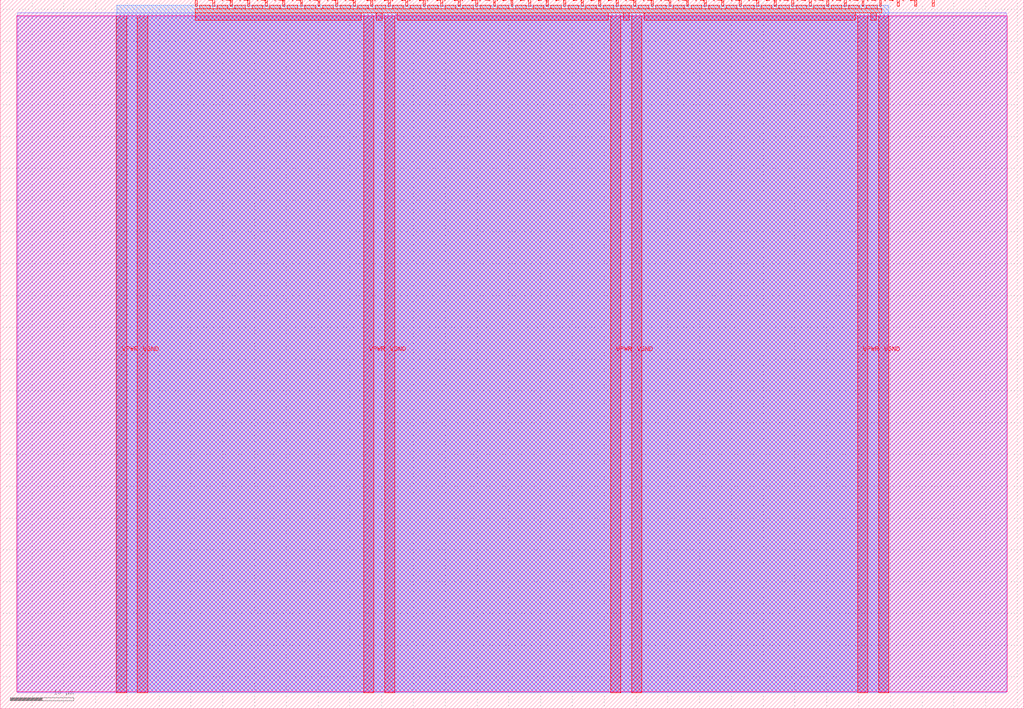
<source format=lef>
VERSION 5.7 ;
  NOWIREEXTENSIONATPIN ON ;
  DIVIDERCHAR "/" ;
  BUSBITCHARS "[]" ;
MACRO tt_um_wokwi_413923702485727233
  CLASS BLOCK ;
  FOREIGN tt_um_wokwi_413923702485727233 ;
  ORIGIN 0.000 0.000 ;
  SIZE 161.000 BY 111.520 ;
  PIN VGND
    DIRECTION INOUT ;
    USE GROUND ;
    PORT
      LAYER met4 ;
        RECT 21.580 2.480 23.180 109.040 ;
    END
    PORT
      LAYER met4 ;
        RECT 60.450 2.480 62.050 109.040 ;
    END
    PORT
      LAYER met4 ;
        RECT 99.320 2.480 100.920 109.040 ;
    END
    PORT
      LAYER met4 ;
        RECT 138.190 2.480 139.790 109.040 ;
    END
  END VGND
  PIN VPWR
    DIRECTION INOUT ;
    USE POWER ;
    PORT
      LAYER met4 ;
        RECT 18.280 2.480 19.880 109.040 ;
    END
    PORT
      LAYER met4 ;
        RECT 57.150 2.480 58.750 109.040 ;
    END
    PORT
      LAYER met4 ;
        RECT 96.020 2.480 97.620 109.040 ;
    END
    PORT
      LAYER met4 ;
        RECT 134.890 2.480 136.490 109.040 ;
    END
  END VPWR
  PIN clk
    DIRECTION INPUT ;
    USE SIGNAL ;
    PORT
      LAYER met4 ;
        RECT 143.830 110.520 144.130 111.520 ;
    END
  END clk
  PIN ena
    DIRECTION INPUT ;
    USE SIGNAL ;
    PORT
      LAYER met4 ;
        RECT 146.590 110.520 146.890 111.520 ;
    END
  END ena
  PIN rst_n
    DIRECTION INPUT ;
    USE SIGNAL ;
    PORT
      LAYER met4 ;
        RECT 141.070 110.520 141.370 111.520 ;
    END
  END rst_n
  PIN ui_in[0]
    DIRECTION INPUT ;
    USE SIGNAL ;
    ANTENNAGATEAREA 0.196500 ;
    PORT
      LAYER met4 ;
        RECT 138.310 110.520 138.610 111.520 ;
    END
  END ui_in[0]
  PIN ui_in[1]
    DIRECTION INPUT ;
    USE SIGNAL ;
    ANTENNAGATEAREA 0.196500 ;
    PORT
      LAYER met4 ;
        RECT 135.550 110.520 135.850 111.520 ;
    END
  END ui_in[1]
  PIN ui_in[2]
    DIRECTION INPUT ;
    USE SIGNAL ;
    ANTENNAGATEAREA 0.196500 ;
    PORT
      LAYER met4 ;
        RECT 132.790 110.520 133.090 111.520 ;
    END
  END ui_in[2]
  PIN ui_in[3]
    DIRECTION INPUT ;
    USE SIGNAL ;
    ANTENNAGATEAREA 0.159000 ;
    PORT
      LAYER met4 ;
        RECT 130.030 110.520 130.330 111.520 ;
    END
  END ui_in[3]
  PIN ui_in[4]
    DIRECTION INPUT ;
    USE SIGNAL ;
    ANTENNAGATEAREA 0.196500 ;
    PORT
      LAYER met4 ;
        RECT 127.270 110.520 127.570 111.520 ;
    END
  END ui_in[4]
  PIN ui_in[5]
    DIRECTION INPUT ;
    USE SIGNAL ;
    ANTENNAGATEAREA 0.159000 ;
    PORT
      LAYER met4 ;
        RECT 124.510 110.520 124.810 111.520 ;
    END
  END ui_in[5]
  PIN ui_in[6]
    DIRECTION INPUT ;
    USE SIGNAL ;
    ANTENNAGATEAREA 0.196500 ;
    PORT
      LAYER met4 ;
        RECT 121.750 110.520 122.050 111.520 ;
    END
  END ui_in[6]
  PIN ui_in[7]
    DIRECTION INPUT ;
    USE SIGNAL ;
    ANTENNAGATEAREA 0.159000 ;
    PORT
      LAYER met4 ;
        RECT 118.990 110.520 119.290 111.520 ;
    END
  END ui_in[7]
  PIN uio_in[0]
    DIRECTION INPUT ;
    USE SIGNAL ;
    PORT
      LAYER met4 ;
        RECT 116.230 110.520 116.530 111.520 ;
    END
  END uio_in[0]
  PIN uio_in[1]
    DIRECTION INPUT ;
    USE SIGNAL ;
    PORT
      LAYER met4 ;
        RECT 113.470 110.520 113.770 111.520 ;
    END
  END uio_in[1]
  PIN uio_in[2]
    DIRECTION INPUT ;
    USE SIGNAL ;
    PORT
      LAYER met4 ;
        RECT 110.710 110.520 111.010 111.520 ;
    END
  END uio_in[2]
  PIN uio_in[3]
    DIRECTION INPUT ;
    USE SIGNAL ;
    PORT
      LAYER met4 ;
        RECT 107.950 110.520 108.250 111.520 ;
    END
  END uio_in[3]
  PIN uio_in[4]
    DIRECTION INPUT ;
    USE SIGNAL ;
    PORT
      LAYER met4 ;
        RECT 105.190 110.520 105.490 111.520 ;
    END
  END uio_in[4]
  PIN uio_in[5]
    DIRECTION INPUT ;
    USE SIGNAL ;
    PORT
      LAYER met4 ;
        RECT 102.430 110.520 102.730 111.520 ;
    END
  END uio_in[5]
  PIN uio_in[6]
    DIRECTION INPUT ;
    USE SIGNAL ;
    PORT
      LAYER met4 ;
        RECT 99.670 110.520 99.970 111.520 ;
    END
  END uio_in[6]
  PIN uio_in[7]
    DIRECTION INPUT ;
    USE SIGNAL ;
    PORT
      LAYER met4 ;
        RECT 96.910 110.520 97.210 111.520 ;
    END
  END uio_in[7]
  PIN uio_oe[0]
    DIRECTION OUTPUT ;
    USE SIGNAL ;
    PORT
      LAYER met4 ;
        RECT 49.990 110.520 50.290 111.520 ;
    END
  END uio_oe[0]
  PIN uio_oe[1]
    DIRECTION OUTPUT ;
    USE SIGNAL ;
    PORT
      LAYER met4 ;
        RECT 47.230 110.520 47.530 111.520 ;
    END
  END uio_oe[1]
  PIN uio_oe[2]
    DIRECTION OUTPUT ;
    USE SIGNAL ;
    PORT
      LAYER met4 ;
        RECT 44.470 110.520 44.770 111.520 ;
    END
  END uio_oe[2]
  PIN uio_oe[3]
    DIRECTION OUTPUT ;
    USE SIGNAL ;
    PORT
      LAYER met4 ;
        RECT 41.710 110.520 42.010 111.520 ;
    END
  END uio_oe[3]
  PIN uio_oe[4]
    DIRECTION OUTPUT ;
    USE SIGNAL ;
    PORT
      LAYER met4 ;
        RECT 38.950 110.520 39.250 111.520 ;
    END
  END uio_oe[4]
  PIN uio_oe[5]
    DIRECTION OUTPUT ;
    USE SIGNAL ;
    PORT
      LAYER met4 ;
        RECT 36.190 110.520 36.490 111.520 ;
    END
  END uio_oe[5]
  PIN uio_oe[6]
    DIRECTION OUTPUT ;
    USE SIGNAL ;
    PORT
      LAYER met4 ;
        RECT 33.430 110.520 33.730 111.520 ;
    END
  END uio_oe[6]
  PIN uio_oe[7]
    DIRECTION OUTPUT ;
    USE SIGNAL ;
    PORT
      LAYER met4 ;
        RECT 30.670 110.520 30.970 111.520 ;
    END
  END uio_oe[7]
  PIN uio_out[0]
    DIRECTION OUTPUT ;
    USE SIGNAL ;
    PORT
      LAYER met4 ;
        RECT 72.070 110.520 72.370 111.520 ;
    END
  END uio_out[0]
  PIN uio_out[1]
    DIRECTION OUTPUT ;
    USE SIGNAL ;
    PORT
      LAYER met4 ;
        RECT 69.310 110.520 69.610 111.520 ;
    END
  END uio_out[1]
  PIN uio_out[2]
    DIRECTION OUTPUT ;
    USE SIGNAL ;
    PORT
      LAYER met4 ;
        RECT 66.550 110.520 66.850 111.520 ;
    END
  END uio_out[2]
  PIN uio_out[3]
    DIRECTION OUTPUT ;
    USE SIGNAL ;
    PORT
      LAYER met4 ;
        RECT 63.790 110.520 64.090 111.520 ;
    END
  END uio_out[3]
  PIN uio_out[4]
    DIRECTION OUTPUT ;
    USE SIGNAL ;
    PORT
      LAYER met4 ;
        RECT 61.030 110.520 61.330 111.520 ;
    END
  END uio_out[4]
  PIN uio_out[5]
    DIRECTION OUTPUT ;
    USE SIGNAL ;
    PORT
      LAYER met4 ;
        RECT 58.270 110.520 58.570 111.520 ;
    END
  END uio_out[5]
  PIN uio_out[6]
    DIRECTION OUTPUT ;
    USE SIGNAL ;
    PORT
      LAYER met4 ;
        RECT 55.510 110.520 55.810 111.520 ;
    END
  END uio_out[6]
  PIN uio_out[7]
    DIRECTION OUTPUT ;
    USE SIGNAL ;
    PORT
      LAYER met4 ;
        RECT 52.750 110.520 53.050 111.520 ;
    END
  END uio_out[7]
  PIN uo_out[0]
    DIRECTION OUTPUT ;
    USE SIGNAL ;
    ANTENNADIFFAREA 0.795200 ;
    PORT
      LAYER met4 ;
        RECT 94.150 110.520 94.450 111.520 ;
    END
  END uo_out[0]
  PIN uo_out[1]
    DIRECTION OUTPUT ;
    USE SIGNAL ;
    ANTENNADIFFAREA 0.795200 ;
    PORT
      LAYER met4 ;
        RECT 91.390 110.520 91.690 111.520 ;
    END
  END uo_out[1]
  PIN uo_out[2]
    DIRECTION OUTPUT ;
    USE SIGNAL ;
    ANTENNADIFFAREA 0.445500 ;
    PORT
      LAYER met4 ;
        RECT 88.630 110.520 88.930 111.520 ;
    END
  END uo_out[2]
  PIN uo_out[3]
    DIRECTION OUTPUT ;
    USE SIGNAL ;
    ANTENNADIFFAREA 0.445500 ;
    PORT
      LAYER met4 ;
        RECT 85.870 110.520 86.170 111.520 ;
    END
  END uo_out[3]
  PIN uo_out[4]
    DIRECTION OUTPUT ;
    USE SIGNAL ;
    ANTENNADIFFAREA 0.445500 ;
    PORT
      LAYER met4 ;
        RECT 83.110 110.520 83.410 111.520 ;
    END
  END uo_out[4]
  PIN uo_out[5]
    DIRECTION OUTPUT ;
    USE SIGNAL ;
    ANTENNADIFFAREA 0.445500 ;
    PORT
      LAYER met4 ;
        RECT 80.350 110.520 80.650 111.520 ;
    END
  END uo_out[5]
  PIN uo_out[6]
    DIRECTION OUTPUT ;
    USE SIGNAL ;
    ANTENNADIFFAREA 0.445500 ;
    PORT
      LAYER met4 ;
        RECT 77.590 110.520 77.890 111.520 ;
    END
  END uo_out[6]
  PIN uo_out[7]
    DIRECTION OUTPUT ;
    USE SIGNAL ;
    ANTENNADIFFAREA 0.445500 ;
    PORT
      LAYER met4 ;
        RECT 74.830 110.520 75.130 111.520 ;
    END
  END uo_out[7]
  OBS
      LAYER nwell ;
        RECT 2.570 2.635 158.430 108.990 ;
      LAYER li1 ;
        RECT 2.760 2.635 158.240 108.885 ;
      LAYER met1 ;
        RECT 2.760 2.480 158.240 109.440 ;
      LAYER met2 ;
        RECT 18.310 2.535 139.760 110.685 ;
      LAYER met3 ;
        RECT 18.290 2.555 139.780 110.665 ;
      LAYER met4 ;
        RECT 31.370 110.120 33.030 110.665 ;
        RECT 34.130 110.120 35.790 110.665 ;
        RECT 36.890 110.120 38.550 110.665 ;
        RECT 39.650 110.120 41.310 110.665 ;
        RECT 42.410 110.120 44.070 110.665 ;
        RECT 45.170 110.120 46.830 110.665 ;
        RECT 47.930 110.120 49.590 110.665 ;
        RECT 50.690 110.120 52.350 110.665 ;
        RECT 53.450 110.120 55.110 110.665 ;
        RECT 56.210 110.120 57.870 110.665 ;
        RECT 58.970 110.120 60.630 110.665 ;
        RECT 61.730 110.120 63.390 110.665 ;
        RECT 64.490 110.120 66.150 110.665 ;
        RECT 67.250 110.120 68.910 110.665 ;
        RECT 70.010 110.120 71.670 110.665 ;
        RECT 72.770 110.120 74.430 110.665 ;
        RECT 75.530 110.120 77.190 110.665 ;
        RECT 78.290 110.120 79.950 110.665 ;
        RECT 81.050 110.120 82.710 110.665 ;
        RECT 83.810 110.120 85.470 110.665 ;
        RECT 86.570 110.120 88.230 110.665 ;
        RECT 89.330 110.120 90.990 110.665 ;
        RECT 92.090 110.120 93.750 110.665 ;
        RECT 94.850 110.120 96.510 110.665 ;
        RECT 97.610 110.120 99.270 110.665 ;
        RECT 100.370 110.120 102.030 110.665 ;
        RECT 103.130 110.120 104.790 110.665 ;
        RECT 105.890 110.120 107.550 110.665 ;
        RECT 108.650 110.120 110.310 110.665 ;
        RECT 111.410 110.120 113.070 110.665 ;
        RECT 114.170 110.120 115.830 110.665 ;
        RECT 116.930 110.120 118.590 110.665 ;
        RECT 119.690 110.120 121.350 110.665 ;
        RECT 122.450 110.120 124.110 110.665 ;
        RECT 125.210 110.120 126.870 110.665 ;
        RECT 127.970 110.120 129.630 110.665 ;
        RECT 130.730 110.120 132.390 110.665 ;
        RECT 133.490 110.120 135.150 110.665 ;
        RECT 136.250 110.120 137.910 110.665 ;
        RECT 30.655 109.440 138.625 110.120 ;
        RECT 30.655 108.295 56.750 109.440 ;
        RECT 59.150 108.295 60.050 109.440 ;
        RECT 62.450 108.295 95.620 109.440 ;
        RECT 98.020 108.295 98.920 109.440 ;
        RECT 101.320 108.295 134.490 109.440 ;
        RECT 136.890 108.295 137.790 109.440 ;
  END
END tt_um_wokwi_413923702485727233
END LIBRARY


</source>
